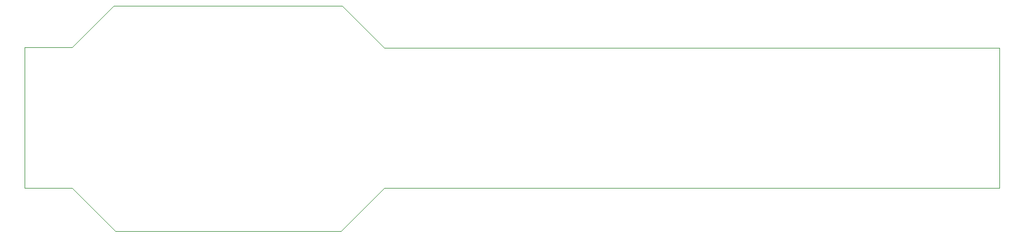
<source format=gm1>
G04 #@! TF.GenerationSoftware,KiCad,Pcbnew,(6.0.11-0)*
G04 #@! TF.CreationDate,2023-06-20T14:40:52+02:00*
G04 #@! TF.ProjectId,atf1508_plcc84_breakout,61746631-3530-4385-9f70-6c636338345f,A*
G04 #@! TF.SameCoordinates,Original*
G04 #@! TF.FileFunction,Profile,NP*
%FSLAX46Y46*%
G04 Gerber Fmt 4.6, Leading zero omitted, Abs format (unit mm)*
G04 Created by KiCad (PCBNEW (6.0.11-0)) date 2023-06-20 14:40:52*
%MOMM*%
%LPD*%
G01*
G04 APERTURE LIST*
G04 #@! TA.AperFunction,Profile*
%ADD10C,0.100000*%
G04 #@! TD*
G04 APERTURE END LIST*
D10*
X122047000Y-78613000D02*
X128270000Y-72390000D01*
X89154000Y-45974000D02*
X83185000Y-51943000D01*
X89408000Y-78613000D02*
X122047000Y-78613000D01*
X217170000Y-72390000D02*
X128270000Y-72390000D01*
X83185000Y-51943000D02*
X76327000Y-51943000D01*
X89408000Y-78613000D02*
X83185000Y-72390000D01*
X89154000Y-45974000D02*
X122174000Y-45974000D01*
X217170000Y-52070000D02*
X217170000Y-72390000D01*
X128270000Y-52070000D02*
X122174000Y-45974000D01*
X76327000Y-72390000D02*
X76327000Y-51943000D01*
X128270000Y-52070000D02*
X217170000Y-52070000D01*
X83185000Y-72390000D02*
X76327000Y-72390000D01*
M02*

</source>
